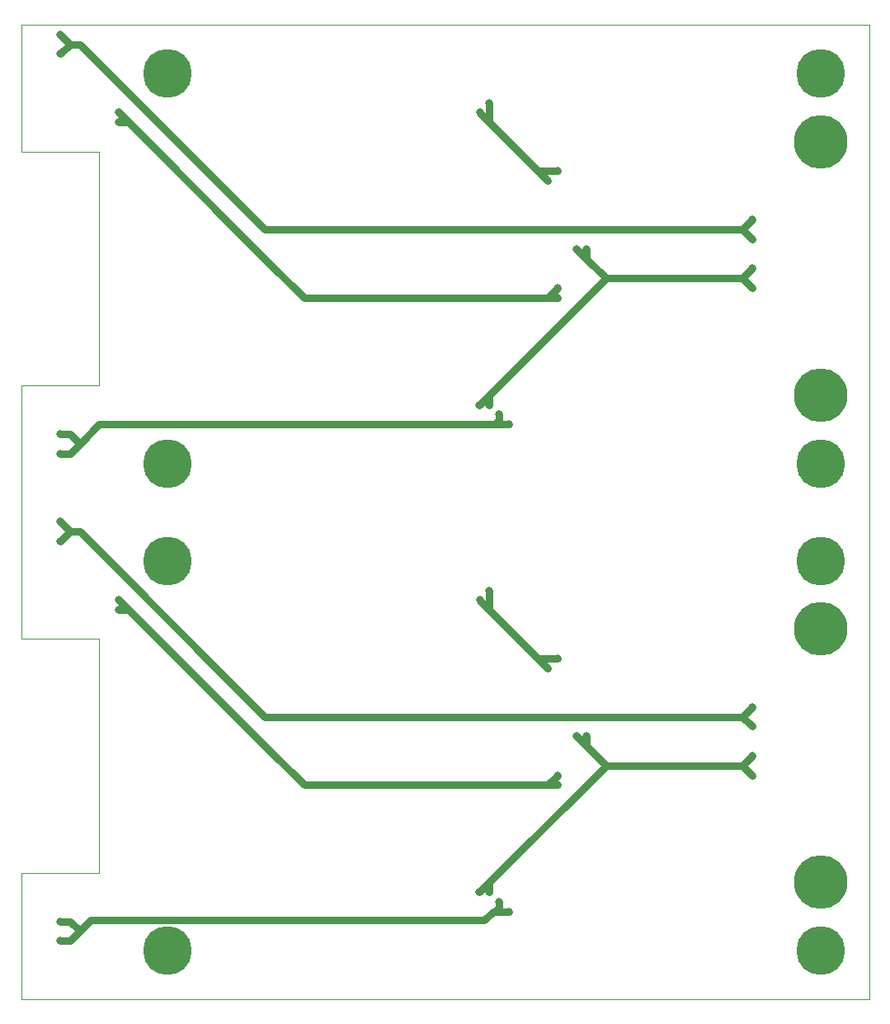
<source format=gbr>
%TF.GenerationSoftware,KiCad,Pcbnew,(5.0.0-rc2-60-gbfa89039c)*%
%TF.CreationDate,2019-08-02T13:49:45+03:00*%
%TF.ProjectId,ConnectorPCB,436F6E6E6563746F725043422E6B6963,rev?*%
%TF.SameCoordinates,Original*%
%TF.FileFunction,Copper,L2,Bot,Signal*%
%TF.FilePolarity,Positive*%
%FSLAX46Y46*%
G04 Gerber Fmt 4.6, Leading zero omitted, Abs format (unit mm)*
G04 Created by KiCad (PCBNEW (5.0.0-rc2-60-gbfa89039c)) date 08/02/19 13:49:45*
%MOMM*%
%LPD*%
G01*
G04 APERTURE LIST*
%ADD10C,0.050000*%
%ADD11C,5.000000*%
%ADD12C,5.500000*%
%ADD13C,0.800000*%
%ADD14C,0.800000*%
G04 APERTURE END LIST*
D10*
X127000000Y-130000000D02*
X40000000Y-130000000D01*
X40000000Y-117000000D02*
X48000000Y-117000000D01*
X40000000Y-93000000D02*
X40000000Y-80000000D01*
X48000000Y-117000000D02*
X48000000Y-93000000D01*
X48000000Y-93000000D02*
X40000000Y-93000000D01*
X40000000Y-130000000D02*
X40000000Y-117000000D01*
X127000000Y-130000000D02*
X127000000Y-80000000D01*
X127000000Y-80000000D02*
X127000000Y-30000000D01*
X40000000Y-43000000D02*
X40000000Y-30000000D01*
X48000000Y-43000000D02*
X40000000Y-43000000D01*
X48000000Y-67000000D02*
X48000000Y-43000000D01*
X40000000Y-67000000D02*
X48000000Y-67000000D01*
X40000000Y-80000000D02*
X40000000Y-67000000D01*
X40000000Y-30000000D02*
X127000000Y-30000000D01*
D11*
X122000000Y-85000000D03*
X122000000Y-125000000D03*
D12*
X122000000Y-92000000D03*
D11*
X55000000Y-85000000D03*
D12*
X122000000Y-118000000D03*
D11*
X55000000Y-125000000D03*
D12*
X122000000Y-42000000D03*
X122000000Y-68000000D03*
D11*
X122000000Y-75000000D03*
X55000000Y-75000000D03*
X122000000Y-35000000D03*
X55000000Y-35000000D03*
D13*
X50000000Y-39000000D03*
X95000000Y-58000000D03*
X95000000Y-57000000D03*
X50000000Y-40000000D03*
X95000000Y-108000000D03*
X95000000Y-107000000D03*
X50000000Y-90000000D03*
X50000000Y-89000000D03*
X87000000Y-69000000D03*
X115000000Y-55000000D03*
X115000000Y-57000000D03*
X97000000Y-53000000D03*
X94000000Y-46000000D03*
X87070000Y-39000000D03*
X98000000Y-53000000D03*
X95000000Y-45000000D03*
X88000000Y-38070000D03*
X88000000Y-69000000D03*
X88000000Y-88070000D03*
X98000000Y-103000000D03*
X94000000Y-96000000D03*
X115000000Y-105000000D03*
X88000000Y-119000000D03*
X87070000Y-89000000D03*
X97000000Y-103000000D03*
X95000000Y-95000000D03*
X115000000Y-107000000D03*
X87000000Y-119000000D03*
X44000000Y-31000000D03*
X44000000Y-33000000D03*
X115000000Y-50000000D03*
X115000000Y-52000000D03*
X44000000Y-81000000D03*
X115000000Y-100000000D03*
X115000000Y-102000000D03*
X44000000Y-83000000D03*
X44000000Y-72000000D03*
X44000000Y-74000000D03*
X90000000Y-71000000D03*
X89000024Y-70000000D03*
X44000000Y-122000000D03*
X44000000Y-124000000D03*
X89000024Y-120000000D03*
X90000000Y-121000000D03*
D14*
X65000000Y-54000000D02*
X69000000Y-58000000D01*
X94000000Y-58000000D02*
X95000000Y-57000000D01*
X94000000Y-58000000D02*
X95000000Y-58000000D01*
X69000000Y-58000000D02*
X94000000Y-58000000D01*
X51000000Y-40000000D02*
X50000000Y-40000000D01*
X51000000Y-40000000D02*
X65000000Y-54000000D01*
X50000000Y-39000000D02*
X51000000Y-40000000D01*
X69000000Y-108000000D02*
X94000000Y-108000000D01*
X94000000Y-108000000D02*
X95000000Y-107000000D01*
X51000000Y-90000000D02*
X65000000Y-104000000D01*
X51000000Y-90000000D02*
X50000000Y-90000000D01*
X65000000Y-104000000D02*
X69000000Y-108000000D01*
X94000000Y-108000000D02*
X95000000Y-108000000D01*
X50000000Y-89000000D02*
X51000000Y-90000000D01*
X100000000Y-56000000D02*
X114000000Y-56000000D01*
X114000000Y-56000000D02*
X115000000Y-55000000D01*
X115000000Y-57000000D02*
X114000000Y-56000000D01*
X87070000Y-39070000D02*
X87070000Y-39000000D01*
X88000000Y-68000000D02*
X100000000Y-56000000D01*
X87000000Y-69000000D02*
X88000000Y-68000000D01*
X98000000Y-54000000D02*
X98000000Y-53000000D01*
X98000000Y-54000000D02*
X97000000Y-53000000D01*
X100000000Y-56000000D02*
X98000000Y-54000000D01*
X95000000Y-45000000D02*
X93000000Y-45000000D01*
X94000000Y-46000000D02*
X93000000Y-45000000D01*
X88000000Y-40000000D02*
X88000000Y-38070000D01*
X88000000Y-40000000D02*
X87070000Y-39070000D01*
X93000000Y-45000000D02*
X88000000Y-40000000D01*
X88000000Y-68000000D02*
X88000000Y-68434315D01*
X88000000Y-68434315D02*
X88000000Y-69000000D01*
X98000000Y-104000000D02*
X98000000Y-103000000D01*
X100000000Y-106000000D02*
X114000000Y-106000000D01*
X87000000Y-119000000D02*
X88000000Y-118000000D01*
X100000000Y-106000000D02*
X98000000Y-104000000D01*
X115000000Y-107000000D02*
X114000000Y-106000000D01*
X98000000Y-104000000D02*
X97000000Y-103000000D01*
X95000000Y-95000000D02*
X93000000Y-95000000D01*
X114000000Y-106000000D02*
X115000000Y-105000000D01*
X88000000Y-90000000D02*
X88000000Y-88070000D01*
X93000000Y-95000000D02*
X88000000Y-90000000D01*
X88000000Y-90000000D02*
X87070000Y-89070000D01*
X88000000Y-118000000D02*
X100000000Y-106000000D01*
X87070000Y-89070000D02*
X87070000Y-89000000D01*
X94000000Y-96000000D02*
X93000000Y-95000000D01*
X88000000Y-118434315D02*
X88000000Y-119000000D01*
X88000000Y-118000000D02*
X88000000Y-118434315D01*
X44000000Y-31000000D02*
X45000000Y-32000000D01*
X45000000Y-32000000D02*
X44000000Y-33000000D01*
X45000000Y-32000000D02*
X46000000Y-32000000D01*
X46000000Y-32000000D02*
X65000000Y-51000000D01*
X65000000Y-51000000D02*
X114000000Y-51000000D01*
X114000000Y-51000000D02*
X115000000Y-50000000D01*
X114000000Y-51000000D02*
X115000000Y-52000000D01*
X44000000Y-81000000D02*
X45000000Y-82000000D01*
X45000000Y-82000000D02*
X46000000Y-82000000D01*
X45000000Y-82000000D02*
X44000000Y-83000000D01*
X114000000Y-101000000D02*
X115000000Y-100000000D01*
X114000000Y-101000000D02*
X115000000Y-102000000D01*
X65000000Y-101000000D02*
X114000000Y-101000000D01*
X46000000Y-82000000D02*
X65000000Y-101000000D01*
X44000000Y-72000000D02*
X45000000Y-72000000D01*
X45000000Y-72000000D02*
X46000000Y-73000000D01*
X46000000Y-73000000D02*
X45000000Y-74000000D01*
X45000000Y-74000000D02*
X44000000Y-74000000D01*
X88414226Y-71000000D02*
X90000000Y-71000000D01*
X88565709Y-71000000D02*
X89000024Y-70565685D01*
X89000024Y-70565685D02*
X89000024Y-70000000D01*
X88414226Y-71000000D02*
X88565709Y-71000000D01*
X45000000Y-124000000D02*
X44000000Y-124000000D01*
X44000000Y-122000000D02*
X45000000Y-122000000D01*
X87514227Y-121899999D02*
X88414226Y-121000000D01*
X46000000Y-123000000D02*
X45000000Y-124000000D01*
X45000000Y-122000000D02*
X46000000Y-123000000D01*
X88414226Y-121000000D02*
X88565709Y-121000000D01*
X88414226Y-121000000D02*
X90000000Y-121000000D01*
X88565709Y-121000000D02*
X89000024Y-120565685D01*
X46000000Y-123000000D02*
X47100001Y-121899999D01*
X89000024Y-120565685D02*
X89000024Y-120000000D01*
X47100001Y-121899999D02*
X87514227Y-121899999D01*
X48000000Y-71000000D02*
X88414226Y-71000000D01*
X46000000Y-73000000D02*
X48000000Y-71000000D01*
M02*

</source>
